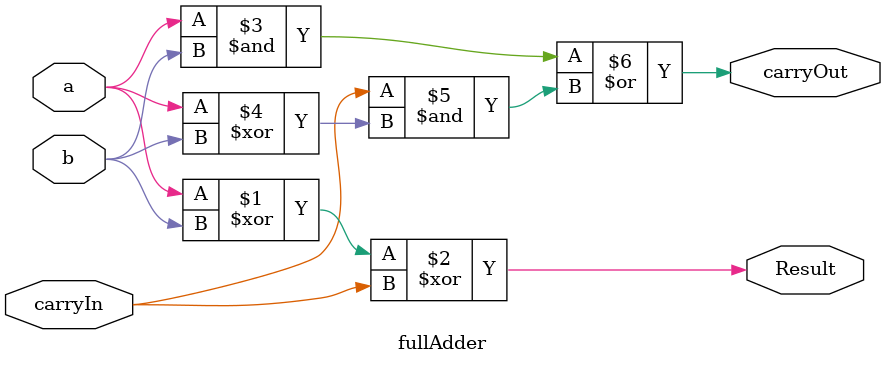
<source format=sv>

module fullAdder (a, b, carryIn, Result, carryOut);

	input  logic a, b, carryIn;
	output logic Result, carryOut;
	
	assign  Result = a ^ b ^ carryIn;
	assign carryOut = (a & b) | (carryIn & (a ^ b));

endmodule 
</source>
